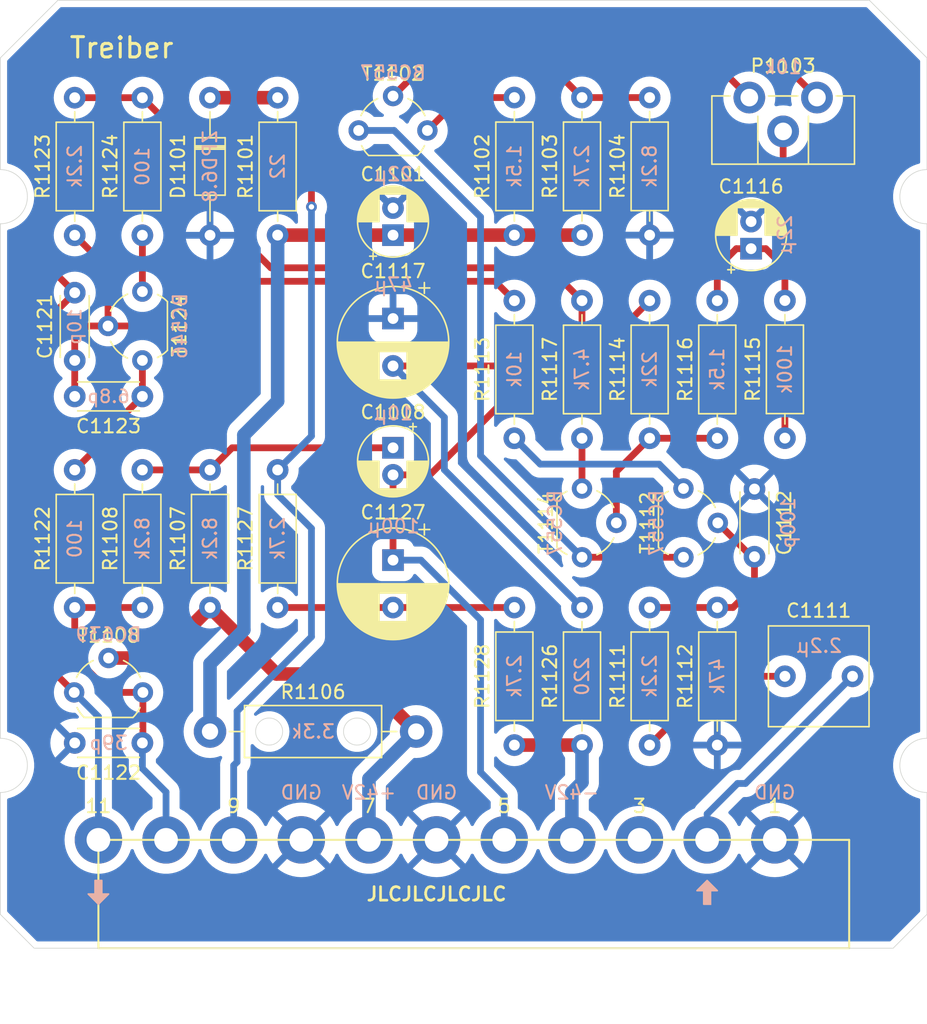
<source format=kicad_pcb>
(kicad_pcb (version 20221018) (generator pcbnew)
  (layers (0 "F.Cu" signal) (31 "B.Cu" signal) (34 "B.Paste" user) (35 "F.Paste" user) (36 "B.SilkS" user "B.Silkscreen") (37 "F.SilkS" user "F.Silkscreen") (38 "B.Mask" user) (39 "F.Mask" user) (44 "Edge.Cuts" user))
  (net 0 "")
  (net 1 "GND")
  (net 2 "Net-(C1101-Pad1)")
  (net 3 "Net-(C1108-Pad1)")
  (net 4 "R1114")
  (net 5 "Net-(T1112-B)")
  (net 6 "Net-(C1116-Pad1)")
  (net 7 "R1113")
  (net 8 "Net-(T1124-C)")
  (net 9 "Net-(C1127-Pad2)")
  (net 10 "Net-(D1101-K)")
  (net 11 "R1115")
  (net 12 "Net-(T1102-E)")
  (net 13 "Net-(T1102-B)")
  (net 14 "Net-(T1112-C)")
  (net 15 "Net-(T1114-B)")
  (net 16 "Net-(T1114-C)")
  (net 17 "Net-(T1124-E)")
  (net 18 "Net-(T1102-C)")
  (net 19 "Net-(C1117-Pad2)")
  (net 20 "OUT")
  (net 21 "R1108")
  (net 22 "IN")
  (net 24 "-42V")
  (net 25 "+42V")
  (net 26 "R1127")
  (net 27 "Net-(C1111-Pad2)")
  (footprint "NF-Filter-Modul:Connector_01x11_5mm" (layer "F.Cu") (at 83 87)
    (fp_text reference "J1" hide)
    (fp_text value "Conn_01x13")
    (fp_text user "1" (at 0 -2.5) (layer "F.SilkS"))
    (fp_text user "9" (at -40 -2.5) (layer "F.SilkS"))
    (fp_text user "5" (at -20 -2.5) (layer "F.SilkS"))
    (fp_text user "11" (at -50 -2.5) (layer "F.SilkS"))
    (fp_text user "3" (at -10 -2.5) (layer "F.SilkS"))
    (fp_text user "7" (at -30 -2.5) (layer "F.SilkS"))
    (pad "1" thru_hole circle (at 0 0 180) (size 3.5 3.5) (drill 1.75) (layers "B.Cu" "B.Mask") (net 1 "GND"))
    (pad "2" thru_hole circle (at -5 0 180) (size 3.5 3.5) (drill 1.75) (layers "B.Cu" "B.Mask") (net 22 "IN"))
    (pad "3" thru_hole circle (at -10 0 180) (size 3.5 3.5) (drill 1.75) (layers "B.Cu" "B.Mask"))
    (pad "4" thru_hole circle (at -15 0 180) (size 3.5 3.5) (drill 1.75) (layers "B.Cu" "B.Mask") (net 24 "-42V"))
    (pad "5" thru_hole circle (at -20 0 180) (size 3.5 3.5) (drill 1.75) (layers "B.Cu" "B.Mask") (net 4 "R1114"))
    (pad "6" thru_hole circle (at -25 0 180) (size 3.5 3.5) (drill 1.75) (layers "B.Cu" "B.Mask") (net 1 "GND"))
    (pad "7" thru_hole circle (at -30 0 180) (size 3.5 3.5) (drill 1.75) (layers "B.Cu" "B.Mask") (net 25 "+42V"))
    (pad "8" thru_hole circle (at -35 0 180) (size 3.5 3.5) (drill 1.75) (layers "B.Cu" "B.Mask") (net 1 "GND"))
    (pad "9" thru_hole circle (at -40 0 180) (size 3.5 3.5) (drill 1.75) (layers "B.Cu" "B.Mask") (net 26 "R1127"))
    (pad "10" thru_hole circle (at -45 0 180) (size 3.5 3.5) (drill 1.75) (layers "B.Cu" "B.Mask") (net 21 "R1108"))
    (pad "11" thru_hole circle (at -50 0 180) (size 3.5 3.5) (drill 1.75) (layers "B.Cu" "B.Mask") (net 20 "OUT"))
  )
  (footprint "Resistor_THT:R_Axial_DIN0207_L6.3mm_D2.5mm_P10.16mm_Horizontal" (layer "F.Cu") (at 68.75 57.34 90)
    (fp_text reference "R1117" (at 5.08 -2.37 90) (layer "F.SilkS"))
    (fp_text value "4.7k" (at 5.08 0 90) (layer "B.SilkS") (effects (justify mirror)))
    (pad "1" thru_hole circle (at 0 0 90) (size 1.6 1.6) (drill 0.8) (layers "*.Cu" "*.Mask") (net 16 "Net-(T1114-C)"))
    (pad "2" thru_hole oval (at 10.16 0 90) (size 1.6 1.6) (drill 0.8) (layers "*.Cu" "*.Mask") (net 19 "Net-(C1117-Pad2)"))
  )
  (footprint "Resistor_THT:R_Axial_DIN0207_L6.3mm_D2.5mm_P10.16mm_Horizontal" (layer "F.Cu") (at 78.75 57.34 90)
    (fp_text reference "R1116" (at 5.08 -2.37 90) (layer "F.SilkS"))
    (fp_text value "1.5k" (at 5.08 0 90) (layer "B.SilkS") (effects (justify mirror)))
    (pad "1" thru_hole circle (at 0 0 90) (size 1.6 1.6) (drill 0.8) (layers "*.Cu" "*.Mask") (net 15 "Net-(T1114-B)"))
    (pad "2" thru_hole oval (at 10.16 0 90) (size 1.6 1.6) (drill 0.8) (layers "*.Cu" "*.Mask") (net 6 "Net-(C1116-Pad1)"))
  )
  (footprint "Capacitor_THT:CP_Radial_D5.0mm_P2.00mm" (layer "F.Cu") (at 54.78 58.044888 -90)
    (fp_text reference "C1108" (at -2.634888 0) (layer "F.SilkS"))
    (fp_text value "10µ" (at -2.544888 0 -180) (layer "B.SilkS") (effects (justify mirror)))
    (pad "1" thru_hole rect (at 0 0 270) (size 1.6 1.6) (drill 0.8) (layers "*.Cu" "*.Mask") (net 3 "Net-(C1108-Pad1)"))
    (pad "2" thru_hole circle (at 2 0 270) (size 1.6 1.6) (drill 0.8) (layers "*.Cu" "*.Mask") (net 4 "R1114"))
  )
  (footprint "Capacitor_THT:CP_Radial_D8.0mm_P3.50mm" (layer "F.Cu") (at 54.78 66.34 -90)
    (fp_text reference "C1127" (at -3.527349 0) (layer "F.SilkS"))
    (fp_text value "100µ" (at -2.5 0 -180) (layer "B.SilkS") (effects (justify mirror)))
    (pad "1" thru_hole rect (at 0 0 270) (size 1.6 1.6) (drill 0.8) (layers "*.Cu" "*.Mask") (net 4 "R1114"))
    (pad "2" thru_hole circle (at 3.5 0 270) (size 1.6 1.6) (drill 0.8) (layers "*.Cu" "*.Mask") (net 9 "Net-(C1127-Pad2)"))
  )
  (footprint "Capacitor_THT:C_Disc_D4.3mm_W1.9mm_P5.00mm" (layer "F.Cu") (at 81.5 66.09 90)
    (fp_text reference "C1112" (at 2.5 2.2 90) (layer "F.SilkS"))
    (fp_text value "100p" (at 2.5 2.5 270) (layer "B.SilkS") (effects (justify mirror)))
    (pad "1" thru_hole circle (at 0 0 90) (size 1.6 1.6) (drill 0.8) (layers "*.Cu" "*.Mask") (net 5 "Net-(T1112-B)"))
    (pad "2" thru_hole circle (at 5 0 90) (size 1.6 1.6) (drill 0.8) (layers "*.Cu" "*.Mask") (net 1 "GND"))
  )
  (footprint "Capacitor_THT:CP_Radial_D5.0mm_P2.00mm" (layer "F.Cu") (at 54.78 42.34 90)
    (fp_text reference "C1101" (at 4.5 0 180) (layer "F.SilkS"))
    (fp_text value "22µ" (at 4.5 0) (layer "B.SilkS") (effects (justify mirror)))
    (pad "1" thru_hole rect (at 0 0 90) (size 1.6 1.6) (drill 0.8) (layers "*.Cu" "*.Mask") (net 2 "Net-(C1101-Pad1)"))
    (pad "2" thru_hole circle (at 2 0 90) (size 1.6 1.6) (drill 0.8) (layers "*.Cu" "*.Mask") (net 1 "GND"))
  )
  (footprint "Resistor_THT:R_Axial_DIN0207_L6.3mm_D2.5mm_P10.16mm_Horizontal" (layer "F.Cu") (at 41.25 69.84 90)
    (fp_text reference "R1107" (at 5.08 -2.37 90) (layer "F.SilkS"))
    (fp_text value "8.2k" (at 5.08 0 90) (layer "B.SilkS") (effects (justify mirror)))
    (pad "1" thru_hole circle (at 0 0 90) (size 1.6 1.6) (drill 0.8) (layers "*.Cu" "*.Mask") (net 25 "+42V"))
    (pad "2" thru_hole oval (at 10.16 0 90) (size 1.6 1.6) (drill 0.8) (layers "*.Cu" "*.Mask") (net 3 "Net-(C1108-Pad1)"))
  )
  (footprint "Resistor_THT:R_Axial_DIN0207_L6.3mm_D2.5mm_P10.16mm_Horizontal" (layer "F.Cu") (at 31.25 69.84 90)
    (fp_text reference "R1122" (at 5.08 -2.37 90) (layer "F.SilkS"))
    (fp_text value "100" (at 5.08 0 90) (layer "B.SilkS") (effects (justify mirror)))
    (pad "1" thru_hole circle (at 0 0 90) (size 1.6 1.6) (drill 0.8) (layers "*.Cu" "*.Mask") (net 21 "R1108"))
    (pad "2" thru_hole oval (at 10.16 0 90) (size 1.6 1.6) (drill 0.8) (layers "*.Cu" "*.Mask") (net 8 "Net-(T1124-C)"))
  )
  (footprint "Resistor_THT:R_Axial_DIN0207_L6.3mm_D2.5mm_P10.16mm_Horizontal" (layer "F.Cu") (at 31.25 42.35 90)
    (fp_text reference "R1123" (at 5.08 -2.37 90) (layer "F.SilkS"))
    (fp_text value "2.2k" (at 5.08 0 90) (layer "B.SilkS") (effects (justify mirror)))
    (pad "1" thru_hole circle (at 0 0 90) (size 1.6 1.6) (drill 0.8) (layers "*.Cu" "*.Mask") (net 7 "R1113"))
    (pad "2" thru_hole oval (at 10.16 0 90) (size 1.6 1.6) (drill 0.8) (layers "*.Cu" "*.Mask") (net 19 "Net-(C1117-Pad2)"))
  )
  (footprint "Capacitor_THT:CP_Radial_D5.0mm_P2.00mm" (layer "F.Cu") (at 81.25 43.34 90)
    (fp_text reference "C1116" (at 4.59 0 180) (layer "F.SilkS"))
    (fp_text value "22µ" (at 1 2.5 90) (layer "B.SilkS") (effects (justify mirror)))
    (pad "1" thru_hole rect (at 0 0 90) (size 1.6 1.6) (drill 0.8) (layers "*.Cu" "*.Mask") (net 6 "Net-(C1116-Pad1)"))
    (pad "2" thru_hole circle (at 2 0 90) (size 1.6 1.6) (drill 0.8) (layers "*.Cu" "*.Mask") (net 1 "GND"))
  )
  (footprint "Potentiometer_THT:Potentiometer_Piher_PT-10-H01_Horizontal" (layer "F.Cu") (at 86.12 32.18 -90)
    (fp_text reference "P1103" (at -2.34 2.5) (layer "F.SilkS"))
    (fp_text value "10k" (at -2.25 2.5) (layer "B.SilkS") (effects (justify mirror)))
    (pad "1" thru_hole circle (at 0 0 270) (size 2.34 2.34) (drill 1.3) (layers "*.Cu" "*.Mask") (net 20 "OUT"))
    (pad "2" thru_hole circle (at 2.5 2.5 270) (size 2.34 2.34) (drill 1.3) (layers "*.Cu" "*.Mask") (net 11 "R1115"))
    (pad "3" thru_hole circle (at 0 5 270) (size 2.34 2.34) (drill 1.3) (layers "*.Cu" "*.Mask") (net 26 "R1127"))
  )
  (footprint "Capacitor_THT:C_Disc_D4.3mm_W1.9mm_P5.00mm" (layer "F.Cu") (at 31.25 46.59 -90)
    (fp_text reference "C1121" (at 2.5 2.2 90) (layer "F.SilkS"))
    (fp_text value "10p" (at 2.5 0 90) (layer "B.SilkS") (effects (font (size 0.95 0.95) (thickness 0.1425)) (justify mirror)))
    (pad "1" thru_hole circle (at 0 0 270) (size 1.6 1.6) (drill 0.8) (layers "*.Cu" "*.Mask") (net 20 "OUT"))
    (pad "2" thru_hole circle (at 5 0 270) (size 1.6 1.6) (drill 0.8) (layers "*.Cu" "*.Mask") (net 7 "R1113"))
  )
  (footprint "Resistor_THT:R_Axial_DIN0207_L6.3mm_D2.5mm_P10.16mm_Horizontal" (layer "F.Cu") (at 68.75 42.34 90)
    (fp_text reference "R1103" (at 5.08 -2.37 90) (layer "F.SilkS"))
    (fp_text value "2.7k" (at 5.08 0 90) (layer "B.SilkS") (effects (justify mirror)))
    (pad "1" thru_hole circle (at 0 0 90) (size 1.6 1.6) (drill 0.8) (layers "*.Cu" "*.Mask") (net 2 "Net-(C1101-Pad1)"))
    (pad "2" thru_hole oval (at 10.16 0 90) (size 1.6 1.6) (drill 0.8) (layers "*.Cu" "*.Mask") (net 13 "Net-(T1102-B)"))
  )
  (footprint "Resistor_THT:R_Axial_DIN0207_L6.3mm_D2.5mm_P10.16mm_Horizontal" (layer "F.Cu") (at 46.25 42.35 90)
    (fp_text reference "R1101" (at 5.08 -2.37 90) (layer "F.SilkS"))
    (fp_text value "22" (at 5.08 0 90) (layer "B.SilkS") (effects (justify mirror)))
    (pad "1" thru_hole circle (at 0.01 0 90) (size 1.6 1.6) (drill 0.8) (layers "*.Cu" "*.Mask") (net 2 "Net-(C1101-Pad1)"))
    (pad "2" thru_hole oval (at 10.16 0 90) (size 1.6 1.6) (drill 0.8) (layers "*.Cu" "*.Mask") (net 10 "Net-(D1101-K)"))
  )
  (footprint "Resistor_THT:R_Axial_DIN0207_L6.3mm_D2.5mm_P10.16mm_Horizontal" (layer "F.Cu") (at 73.75 57.34 90)
    (fp_text reference "R1114" (at 5.08 -2.37 90) (layer "F.SilkS"))
    (fp_text value "22k" (at 5.08 0 90) (layer "B.SilkS") (effects (justify mirror)))
    (pad "1" thru_hole circle (at 0 0 90) (size 1.6 1.6) (drill 0.8) (layers "*.Cu" "*.Mask") (net 15 "Net-(T1114-B)"))
    (pad "2" thru_hole oval (at 10.16 0 90) (size 1.6 1.6) (drill 0.8) (layers "*.Cu" "*.Mask") (net 4 "R1114"))
  )
  (footprint "Resistor_THT:R_Axial_DIN0207_L6.3mm_D2.5mm_P10.16mm_Horizontal" (layer "F.Cu") (at 63.75 42.34 90)
    (fp_text reference "R1102" (at 5.08 -2.37 90) (layer "F.SilkS"))
    (fp_text value "1.5k" (at 5.08 0 90) (layer "B.SilkS") (effects (justify mirror)))
    (pad "1" thru_hole circle (at 0 0 90) (size 1.6 1.6) (drill 0.8) (layers "*.Cu" "*.Mask") (net 2 "Net-(C1101-Pad1)"))
    (pad "2" thru_hole oval (at 10.16 0 90) (size 1.6 1.6) (drill 0.8) (layers "*.Cu" "*.Mask") (net 12 "Net-(T1102-E)"))
  )
  (footprint "Resistor_THT:R_Axial_DIN0207_L6.3mm_D2.5mm_P10.16mm_Horizontal" (layer "F.Cu") (at 36.25 59.68 -90)
    (fp_text reference "R1108" (at 5.08 2.37 90) (layer "F.SilkS"))
    (fp_text value "8.2k" (at 5.08 0 90) (layer "B.SilkS") (effects (justify mirror)))
    (pad "1" thru_hole circle (at 0 0 270) (size 1.6 1.6) (drill 0.8) (layers "*.Cu" "*.Mask") (net 3 "Net-(C1108-Pad1)"))
    (pad "2" thru_hole oval (at 10.16 0 270) (size 1.6 1.6) (drill 0.8) (layers "*.Cu" "*.Mask") (net 21 "R1108"))
  )
  (footprint "Resistor_THT:R_Axial_DIN0207_L6.3mm_D2.5mm_P10.16mm_Horizontal" (layer "F.Cu") (at 36.25 42.35 90)
    (fp_text reference "R1124" (at 5.08 -2.37 90) (layer "F.SilkS"))
    (fp_text value "100" (at 5.08 0 90) (layer "B.SilkS") (effects (justify mirror)))
    (pad "1" thru_hole circle (at 0 0 90) (size 1.6 1.6) (drill 0.8) (layers "*.Cu" "*.Mask") (net 17 "Net-(T1124-E)"))
    (pad "2" thru_hole oval (at 10.16 0 90) (size 1.6 1.6) (drill 0.8) (layers "*.Cu" "*.Mask") (net 19 "Net-(C1117-Pad2)"))
  )
  (footprint "Resistor_THT:R_Axial_DIN0207_L6.3mm_D2.5mm_P10.16mm_Horizontal" (layer "F.Cu") (at 68.75 69.84 -90)
    (fp_text reference "R1126" (at 5.08 2.37 90) (layer "F.SilkS"))
    (fp_text value "220" (at 5.08 0 90) (layer "B.SilkS") (effects (justify mirror)))
    (pad "1" thru_hole circle (at 0 0 270) (size 1.6 1.6) (drill 0.8) (layers "*.Cu" "*.Mask") (net 19 "Net-(C1117-Pad2)"))
    (pad "2" thru_hole oval (at 10.16 0 270) (size 1.6 1.6) (drill 0.8) (layers "*.Cu" "*.Mask") (net 24 "-42V"))
  )
  (footprint "Package_TO_SOT_THT:TO-92_Wide" (layer "F.Cu") (at 36.25 51.59 90)
    (fp_text reference "T1124" (at 2.55 2.73 90) (layer "F.SilkS"))
    (fp_text value "BC546" (at 2.54 2.79 90) (layer "B.SilkS") (effects (justify mirror)))
    (pad "1" thru_hole circle (at 0 0 90) (size 1.5 1.5) (drill 0.8) (layers "*.Cu" "*.Mask") (net 8 "Net-(T1124-C)"))
    (pad "2" thru_hole circle (at 2.54 -2.54 90) (size 1.5 1.5) (drill 0.8) (layers "*.Cu" "*.Mask") (net 7 "R1113"))
    (pad "3" thru_hole circle (at 5.08 0 90) (size 1.5 1.5) (drill 0.8) (layers "*.Cu" "*.Mask") (net 17 "Net-(T1124-E)"))
  )
  (footprint "Resistor_THT:R_Axial_DIN0411_L9.9mm_D3.6mm_P15.24mm_Horizontal" (layer "F.Cu") (at 41.25 79)
    (fp_text reference "R1106" (at 7.62 -2.92) (layer "F.SilkS"))
    (fp_text value "3.3k" (at 7.62 0) (layer "B.SilkS") (effects (justify mirror)))
    (pad "1" thru_hole circle (at 0 0) (size 2.4 2.4) (drill 1.2) (layers "*.Cu" "*.Mask") (net 2 "Net-(C1101-Pad1)"))
    (pad "2" thru_hole oval (at 15.24 0) (size 2.4 2.4) (drill 1.2) (layers "*.Cu" "*.Mask") (net 25 "+42V"))
  )
  (footprint "Diode_THT:D_DO-35_SOD27_P10.16mm_Horizontal" (layer "F.Cu") (at 41.25 32.19 -90)
    (fp_text reference "D1101" (at 5.08 2.37 90) (layer "F.SilkS"))
    (fp_text value "ZPD6.8" (at 5.08 0 90) (layer "B.SilkS") (effects (justify mirror)))
    (pad "1" thru_hole circle (at 0 0 270) (size 1.6 1.6) (drill 0.8) (layers "*.Cu" "*.Mask") (net 10 "Net-(D1101-K)"))
    (pad "2" thru_hole oval (at 10.16 0 270) (size 1.6 1.6) (drill 0.8) (layers "*.Cu" "*.Mask") (net 1 "GND"))
  )
  (footprint "Package_TO_SOT_THT:TO-92_Wide" (layer "F.Cu") (at 31.21 76.11)
    (fp_text reference "T1108" (at 2.55 -4.19) (layer "F.SilkS"))
    (fp_text value "BC639" (at 2.54 -4.27) (layer "B.SilkS") (effects (justify mirror)))
    (pad "1" thru_hole circle (at 0 0) (size 1.5 1.5) (drill 0.8) (layers "*.Cu" "*.Mask") (net 20 "OUT"))
    (pad "2" thru_hole circle (at 2.54 -2.54) (size 1.5 1.5) (drill 0.8) (layers "*.Cu" "*.Mask") (net 25 "+42V"))
    (pad "3" thru_hole circle (at 5.08 0) (size 1.5 1.5) (drill 0.8) (layers "*.Cu" "*.Mask") (net 21 "R1108"))
  )
  (footprint "Resistor_THT:R_Axial_DIN0207_L6.3mm_D2.5mm_P10.16mm_Horizontal" (layer "F.Cu") (at 73.75 32.18 -90)
    (fp_text reference "R1104" (at 5.08 2.37 90) (layer "F.SilkS"))
    (fp_text value "8.2k" (at 5.08 0 90) (layer "B.SilkS") (effects (justify mirror)))
    (pad "1" thru_hole circle (at 0 0 270) (size 1.6 1.6) (drill 0.8) (layers "*.Cu" "*.Mask") (net 13 "Net-(T1102-B)"))
    (pad "2" thru_hole oval (at 10.16 0 270) (size 1.6 1.6) (drill 0.8) (layers "*.Cu" "*.Mask") (net 1 "GND"))
  )
  (footprint "Resistor_THT:R_Axial_DIN0207_L6.3mm_D2.5mm_P10.16mm_Horizontal" (layer "F.Cu") (at 73.75 80 90)
    (fp_text reference "R1111" (at 5.08 -2.37 90) (layer "F.SilkS"))
    (fp_text value "2.2k" (at 5.08 0 90) (layer "B.SilkS") (effects (justify mirror)))
    (pad "1" thru_hole circle (at 0 0 90) (size 1.6 1.6) (drill 0.8) (layers "*.Cu" "*.Mask") (net 27 "Net-(C1111-Pad2)"))
    (pad "2" thru_hole oval (at 10.16 0 90) (size 1.6 1.6) (drill 0.8) (layers "*.Cu" "*.Mask") (net 5 "Net-(T1112-B)"))
  )
  (footprint "Capacitor_THT:C_Rect_L7.2mm_W7.2mm_P5.00mm_FKS2_FKP2_MKS2_MKP2" (layer "F.Cu") (at 88.75 74.92 180)
    (fp_text reference "C1111" (at 2.5 4.85) (layer "F.SilkS"))
    (fp_text value "2.2µ" (at 2.5 2.25) (layer "B.SilkS") (effects (justify mirror)))
    (pad "1" thru_hole circle (at 0 0 180) (size 1.6 1.6) (drill 0.8) (layers "*.Cu" "*.Mask") (net 22 "IN"))
    (pad "2" thru_hole circle (at 5 0 180) (size 1.6 1.6) (drill 0.8) (layers "*.Cu" "*.Mask") (net 27 "Net-(C1111-Pad2)"))
  )
  (footprint "Capacitor_THT:C_Disc_D4.3mm_W1.9mm_P5.00mm" (layer "F.Cu") (at 36.25 79.84 180)
    (fp_text reference "C1122" (at 2.5 -2.2) (layer "F.SilkS"))
    (fp_text value "39p" (at 2.5 0) (layer "B.SilkS") (effects (justify mirror)))
    (pad "1" thru_hole circle (at 0 0 180) (size 1.6 1.6) (drill 0.8) (layers "*.Cu" "*.Mask") (net 21 "R1108"))
    (pad "2" thru_hole circle (at 5 0 180) (size 1.6 1.6) (drill 0.8) (layers "*.Cu" "*.Mask") (net 1 "GND"))
  )
  (footprint "Capacitor_THT:CP_Radial_D8.0mm_P3.50mm" (layer "F.Cu") (at 54.78 48.5 -90)
    (fp_text reference "C1117" (at -3.5 0 180) (layer "F.SilkS"))
    (fp_text value "47µ" (at -2.5 0 -180) (layer "B.SilkS") (effects (justify mirror)))
    (pad "1" thru_hole rect (at 0 0 270) (size 1.6 1.6) (drill 0.8) (layers "*.Cu" "*.Mask") (net 1 "GND"))
    (pad "2" thru_hole circle (at 3.5 0 270) (size 1.6 1.6) (drill 0.8) (layers "*.Cu" "*.Mask") (net 19 "Net-(C1117-Pad2)"))
  )
  (footprint "Resistor_THT:R_Axial_DIN0207_L6.3mm_D2.5mm_P10.16mm_Horizontal" (layer "F.Cu") (at 63.75 80 90)
    (fp_text reference "R1128" (at 5.08 -2.37 90) (layer "F.SilkS"))
    (fp_text value "2.7k" (at 5.08 0 90) (layer "B.SilkS") (effects (justify mirror)))
    (pad "1" thru_hole circle (at 0 0 90) (size 1.6 1.6) (drill 0.8) (layers "*.Cu" "*.Mask") (net 24 "-42V"))
    (pad "2" thru_hole oval (at 10.16 0 90) (size 1.6 1.6) (drill 0.8) (layers "*.Cu" "*.Mask") (net 9 "Net-(C1127-Pad2)"))
  )
  (footprint "Resistor_THT:R_Axial_DIN0207_L6.3mm_D2.5mm_P10.16mm_Horizontal" (layer "F.Cu") (at 63.75 57.34 90)
    (fp_text reference "R1113" (at 5.08 -2.37 90) (layer "F.SilkS"))
    (fp_text value "10k" (at 5.08 0 90) (layer "B.SilkS") (effects (justify mirror)))
    (pad "1" thru_hole circle (at 0 0 90) (size 1.6 1.6) (drill 0.8) (layers "*.Cu" "*.Mask") (net 14 "Net-(T1112-C)"))
    (pad "2" thru_hole oval (at 10.16 0 90) (size 1.6 1.6) (drill 0.8) (layers "*.Cu" "*.Mask") (net 7 "R1113"))
  )
  (footprint "Resistor_THT:R_Axial_DIN0207_L6.3mm_D2.5mm_P10.16mm_Horizontal" (layer "F.Cu") (at 83.75 47.17 -90)
    (fp_text reference "R1115" (at 5.08 2.37 90) (layer "F.SilkS"))
    (fp_text value "100k" (at 5.08 0 90) (layer "B.SilkS") (effects (justify mirror)))
    (pad "1" thru_hole circle (at 0 0 270) (size 1.6 1.6) (drill 0.8) (layers "*.Cu" "*.Mask") (net 6 "Net-(C1116-Pad1)"))
    (pad "2" thru_hole oval (at 10.16 0 270) (size 1.6 1.6) (drill 0.8) (layers "*.Cu" "*.Mask") (net 11 "R1115"))
  )
  (footprint "Resistor_THT:R_Axial_DIN0207_L6.3mm_D2.5mm_P10.16mm_Horizontal" (layer "F.Cu") (at 78.75 69.84 -90)
    (fp_text reference "R1112" (at 5.08 2.37 90) (layer "F.SilkS"))
    (fp_text value "47k" (at 5.08 0 90) (layer "B.SilkS") (effects (justify mirror)))
    (pad "1" thru_hole circle (at 0 0 270) (size 1.6 1.6) (drill 0.8) (layers "*.Cu" "*.Mask") (net 5 "Net-(T1112-B)"))
    (pad "2" thru_hole oval (at 10.16 0 270) (size 1.6 1.6) (drill 0.8) (layers "*.Cu" "*.Mask") (net 1 "GND"))
  )
  (footprint "Package_TO_SOT_THT:TO-92_Wide" (layer "F.Cu") (at 76.25 61.05 -90)
    (fp_text reference "T1112" (at 2.54 2.67 -270) (layer "F.SilkS"))
    (fp_text value "BC557" (at 2.54 2 -270) (layer "B.SilkS") (effects (justify mirror)))
    (pad "1" thru_hole circle (at 0 0 270) (size 1.5 1.5) (drill 0.8) (layers "*.Cu" "*.Mask") (net 14 "Net-(T1112-C)"))
    (pad "2" thru_hole circle (at 2.54 -2.54 270) (size 1.5 1.5) (drill 0.8) (layers "*.Cu" "*.Mask") (net 5 "Net-(T1112-B)"))
    (pad "3" thru_hole circle (at 5.08 0 270) (size 1.5 1.5) (drill 0.8) (layers "*.Cu" "*.Mask") (net 18 "Net-(T1102-C)"))
  )
  (footprint "Resistor_THT:R_Axial_DIN0207_L6.3mm_D2.5mm_P10.16mm_Horizontal" (layer "F.Cu") (at 46.25 59.68 -90)
    (fp_text reference "R1127" (at 5.08 2.37 90) (layer "F.SilkS"))
    (fp_text value "2.7k" (at 5.08 0 90) (layer "B.SilkS") (effects (justify mirror)))
    (pad "1" thru_hole circle (at 0 0 270) (size 1.6 1.6) (drill 0.8) (layers "*.Cu" "*.Mask") (net 26 "R1127"))
    (pad "2" thru_hole oval (at 10.16 0 270) (size 1.6 1.6) (drill 0.8) (layers "*.Cu" "*.Mask") (net 9 "Net-(C1127-Pad2)"))
  )
  (footprint "Package_TO_SOT_THT:TO-92_Wide" (layer "F.Cu") (at 52.24 34.61)
    (fp_text reference "T1102" (at 2.55 -4.19) (layer "F.SilkS"))
    (fp_text value "BC557" (at 2.54 -4.27) (layer "B.SilkS") (effects (justify mirror)))
    (pad "1" thru_hole circle (at 0 0) (size 1.5 1.5) (drill 0.8) (layers "*.Cu" "*.Mask") (net 18 "Net-(T1102-C)"))
    (pad "2" thru_hole circle (at 2.54 -2.54) (size 1.5 1.5) (drill 0.8) (layers "*.Cu" "*.Mask") (net 13 "Net-(T1102-B)"))
    (pad "3" thru_hole circle (at 5.08 0) (size 1.5 1.5) (drill 0.8) (layers "*.Cu" "*.Mask") (net 12 "Net-(T1102-E)"))
  )
  (footprint "Capacitor_THT:C_Disc_D4.3mm_W1.9mm_P5.00mm" (layer "F.Cu") (at 36.25 54.25 180)
    (fp_text reference "C1123" (at 2.5 -2.2) (layer "F.SilkS"))
    (fp_text value "6.8p" (at 2.5 0) (layer "B.SilkS") (effects (font (size 0.95 0.95) (thickness 0.1425)) (justify mirror)))
    (pad "1" thru_hole circle (at 0 0 180) (size 1.6 1.6) (drill 0.8) (layers "*.Cu" "*.Mask") (net 8 "Net-(T1124-C)"))
    (pad "2" thru_hole circle (at 5 0 180) (size 1.6 1.6) (drill 0.8) (layers "*.Cu" "*.Mask") (net 7 "R1113"))
  )
  (footprint "Package_TO_SOT_THT:TO-92_Wide" (layer "F.Cu") (at 68.75 61.05 -90)
    (fp_text reference "T1114" (at 2.55 2.67 -270) (layer "F.SilkS"))
    (fp_text value "BC557" (at 2.54 2 -270) (layer "B.SilkS") (effects (justify mirror)))
    (pad "1" thru_hole circle (at 0 0 270) (size 1.5 1.5) (drill 0.8) (layers "*.Cu" "*.Mask") (net 16 "Net-(T1114-C)"))
    (pad "2" thru_hole circle (at 2.54 -2.54 270) (size 1.5 1.5) (drill 0.8) (layers "*.Cu" "*.Mask") (net 15 "Net-(T1114-B)"))
    (pad "3" thru_hole circle (at 5.08 0 270) (size 1.5 1.5) (drill 0.8) (layers "*.Cu" "*.Mask") (net 18 "Net-(T1102-C)"))
  )
  (gr_poly (pts (xy 33.75 91) (xy 33 91.75) (xy 32.25 91)) (stroke (width 0.12)) (fill solid) (layer "B.SilkS"))
  (gr_poly (pts (xy 77.25 90.75) (xy 78 90) (xy 78.75 90.75)) (stroke (width 0.12)) (fill solid) (layer "B.SilkS"))
  (gr_poly (pts (xy 78.25 91.75) (xy 77.75 91.75) (xy 77.75 90.75) (xy 78.25 90.75)) (stroke (width 0.12)) (fill solid) (layer "B.SilkS"))
  (gr_poly (pts (xy 32.75 90) (xy 33.25 90) (xy 33.25 91) (xy 32.75 91)) (stroke (width 0.12)) (fill solid) (layer "B.SilkS"))
  (gr_line (start 25.75 79.5) (end 25.75 41.5) (stroke (width 0.05)) (layer "Edge.Cuts"))
  (gr_line (start 25.75 29.25) (end 30 25) (stroke (width 0.05)) (layer "Edge.Cuts"))
  (gr_line (start 90 25) (end 94.25 29.25) (stroke (width 0.05)) (layer "Edge.Cuts"))
  (gr_line (start 91.75 95) (end 94.25 92.5) (stroke (width 0.05)) (layer "Edge.Cuts"))
  (gr_line (start 25.75 92.5) (end 28.25 95) (stroke (width 0.05)) (layer "Edge.Cuts"))
  (gr_arc (start 25.75 79.5) (mid 27.75 81.5) (end 25.75 83.5) (stroke (width 0.05)) (layer "Edge.Cuts"))
  (gr_arc (start 25.75 37.5) (mid 27.75 39.5) (end 25.75 41.5) (stroke (width 0.05)) (layer "Edge.Cuts"))
  (gr_arc (start 94.25 41.5) (mid 92.25 39.5) (end 94.25 37.5) (stroke (width 0.05)) (layer "Edge.Cuts"))
  (gr_line (start 91.75 95) (end 28.25 95) (stroke (width 0.05)) (layer "Edge.Cuts"))
  (gr_line (start 94.25 29.25) (end 94.25 37.5) (stroke (width 0.05)) (layer "Edge.Cuts"))
  (gr_line (start 25.75 29.25) (end 25.75 37.5) (stroke (width 0.05)) (layer "Edge.Cuts"))
  (gr_line (start 25.75 92.5) (end 25.75 83.5) (stroke (width 0.05)) (layer "Edge.Cuts"))
  (gr_line (start 30 25) (end 90 25) (stroke (width 0.05)) (layer "Edge.Cuts"))
  (gr_arc (start 94.25 83.5) (mid 92.25 81.5) (end 94.25 79.5) (stroke (width 0.05)) (layer "Edge.Cuts"))
  (gr_circle (center 45.62 79) (end 46.62 79) (stroke (width 0.05)) (fill none) (layer "Edge.Cuts"))
  (gr_circle (center 52.12 79) (end 53.12 79) (stroke (width 0.05)) (fill none) (layer "Edge.Cuts"))
  (gr_line (start 94.25 41.5) (end 94.25 79.5) (stroke (width 0.05)) (layer "Edge.Cuts"))
  (gr_line (start 94.25 92.5) (end 94.25 83.5) (stroke (width 0.05)) (layer "Edge.Cuts"))
  (gr_text "GND" (at 58 83.5) (layer "B.SilkS") (effects (font (size 1 1)) (justify mirror)))
  (gr_text "GND" (at 48 83.5) (layer "B.SilkS") (effects (font (size 1 1)) (justify mirror)))
  (gr_text "GND" (at 83 83.5) (layer "B.SilkS") (effects (font (size 1 1)) (justify mirror)))
  (gr_text "+42V" (at 53 83.5) (layer "B.SilkS") (effects (font (size 1 1)) (justify mirror)))
  (gr_text "-42V" (at 68 83.5) (layer "B.SilkS") (effects (font (size 1 1)) (justify mirror)))
  (gr_text "Treiber" (at 30.75 28.5) (layer "F.SilkS") (effects (font (size 1.5 1.5) (thickness 0.225)) (justify left)))
  (gr_text "JLCJLCJLCJLC" (at 58 91) (layer "F.SilkS") (effects (font (size 1 1) (thickness 0.2))))
  (segment (start 68.75 42.34) (end 54.78 42.34) (width 1) (layer "F.Cu") (net 2))
  (segment (start 54.78 42.34) (end 46.25 42.34) (width 1) (layer "F.Cu") (net 2))
  (segment (start 43.75 57.1) (end 46.25 54.6) (width 1) (layer "B.Cu") (net 2))
  (segment (start 46.25 54.6) (end 46.25 42.34) (width 1) (layer "B.Cu") (net 2))
  (segment (start 41.25 79) (end 41.25 74) (width 1) (layer "B.Cu") (net 2))
  (segment (start 41.25 74) (end 43.75 71.5) (width 1) (layer "B.Cu") (net 2))
  (segment (start 43.75 71.5) (end 43.75 57.1) (width 1) (layer "B.Cu") (net 2))
  (segment (start 54.78 58.044888) (end 42.885112 58.044888) (width 0.5) (layer "F.Cu") (net 3))
  (segment (start 36.25 59.68) (end 41.25 59.68) (width 0.5) (layer "F.Cu") (net 3))
  (segment (start 42.885112 58.044888) (end 41.25 59.68) (width 0.5) (layer "F.Cu") (net 3))
  (segment (start 73.75 47.18) (end 66.18 54.75) (width 0.5) (layer "F.Cu") (net 4))
  (segment (start 54.78 60.044888) (end 57.5 60.044888) (width 0.5) (layer "F.Cu") (net 4))
  (segment (start 66.18 54.75) (end 62.794888 54.75) (width 0.5) (layer "F.Cu") (net 4))
  (segment (start 62.794888 54.75) (end 57.5 60.044888) (width 0.5) (layer "F.Cu") (net 4))
  (segment (start 54.78 60.044888) (end 54.78 66.34) (width 0.5) (layer "F.Cu") (net 4))
  (segment (start 63 87) (end 63 83.75) (width 0.5) (layer "B.Cu") (net 4))
  (segment (start 61.25 82) (end 61.25 70.75) (width 0.5) (layer "B.Cu") (net 4))
  (segment (start 63 83.75) (end 61.25 82) (width 0.5) (layer "B.Cu") (net 4))
  (segment (start 61.25 70.75) (end 56.84 66.34) (width 0.5) (layer "B.Cu") (net 4))
  (segment (start 56.84 66.34) (end 54.78 66.34) (width 0.5) (layer "B.Cu") (net 4))
  (segment (start 81.5 68.25) (end 81.5 66.09) (width 0.5) (layer "F.Cu") (net 5))
  (segment (start 81.5 66.09) (end 81.29 66.09) (width 0.5) (layer "F.Cu") (net 5))
  (segment (start 81.29 66.09) (end 78.79 63.59) (width 0.5) (layer "F.Cu") (net 5))
  (segment (start 73.75 69.84) (end 78.75 69.84) (width 0.5) (layer "F.Cu") (net 5))
  (segment (start 78.75 69.84) (end 79.91 69.84) (width 0.5) (layer "F.Cu") (net 5))
  (segment (start 79.91 69.84) (end 81.5 68.25) (width 0.5) (layer "F.Cu") (net 5))
  (segment (start 78.75 47.18) (end 78.75 44.75) (width 0.5) (layer "F.Cu") (net 6))
  (segment (start 83.74 47.18) (end 83.75 47.17) (width 0.5) (layer "F.Cu") (net 6))
  (segment (start 80.16 43.34) (end 81.25 43.34) (width 0.5) (layer "F.Cu") (net 6))
  (segment (start 78.75 44.75) (end 80.16 43.34) (width 0.5) (layer "F.Cu") (net 6))
  (segment (start 82.34 43.34) (end 83.75 44.75) (width 0.5) (layer "F.Cu") (net 6))
  (segment (start 83.75 47.17) (end 83.75 44.75) (width 0.5) (layer "F.Cu") (net 6))
  (segment (start 81.25 43.34) (end 82.34 43.34) (width 0.5) (layer "F.Cu") (net 6))
  (segment (start 33.71 49.05) (end 32.2 49.05) (width 0.5) (layer "F.Cu") (net 7))
  (segment (start 33.71 44.81) (end 31.25 42.35) (width 0.5) (layer "F.Cu") (net 7))
  (segment (start 42.1 45.75) (end 38.8 49.05) (width 0.5) (layer "F.Cu") (net 7))
  (segment (start 31.25 51.59) (end 31.25 54.25) (width 0.5) (layer "F.Cu") (net 7))
  (segment (start 63.75 47.18) (end 62.32 45.75) (width 0.5) (layer "F.Cu") (net 7))
  (segment (start 33.71 49.05) (end 33.71 44.81) (width 0.5) (layer "F.Cu") (net 7))
  (segment (start 32.2 49.05) (end 31.25 50) (width 0.5) (layer "F.Cu") (net 7))
  (segment (start 38.8 49.05) (end 33.71 49.05) (width 0.5) (layer "F.Cu") (net 7))
  (segment (start 62.32 45.75) (end 42.1 45.75) (width 0.5) (layer "F.Cu") (net 7))
  (segment (start 31.25 50) (end 31.25 51.59) (width 0.5) (layer "F.Cu") (net 7))
  (segment (start 31.25 42.68) (end 31.25 42.5) (width 0.5) (layer "B.Cu") (net 7))
  (segment (start 34.75 55.75) (end 36.25 54.25) (width 0.5) (layer "F.Cu") (net 8))
  (segment (start 31.25 59.68) (end 34.75 56.18) (width 0.5) (layer "F.Cu") (net 8))
  (segment (start 36.25 51.59) (end 36.25 54.25) (width 0.5) (layer "F.Cu") (net 8))
  (segment (start 34.75 56.18) (end 34.75 55.75) (width 0.5) (layer "F.Cu") (net 8))
  (segment (start 54.75 69.84) (end 63.75 69.84) (width 0.5) (layer "F.Cu") (net 9))
  (segment (start 54.75 69.84) (end 46.25 69.84) (width 0.5) (layer "F.Cu") (net 9))
  (segment (start 41.25 32.19) (end 46.25 32.19) (width 1) (layer "F.Cu") (net 10))
  (segment (start 86.25 50.75) (end 86.25 41.13) (width 0.5) (layer "F.Cu") (net 11))
  (segment (start 83.62 38.5) (end 83.62 34.68) (width 0.5) (layer "F.Cu") (net 11))
  (segment (start 83.75 57.33) (end 83.75 53.25) (width 0.5) (layer "F.Cu") (net 11))
  (segment (start 83.75 53.25) (end 86.25 50.75) (width 0.5) (layer "F.Cu") (net 11))
  (segment (start 86.25 41.13) (end 83.62 38.5) (width 0.5) (layer "F.Cu") (net 11))
  (segment (start 63.75 32.18) (end 59.75 32.18) (width 0.5) (layer "F.Cu") (net 12))
  (segment (start 59.75 32.18) (end 57.32 34.61) (width 0.5) (layer "F.Cu") (net 12))
  (segment (start 66.82 30.25) (end 56.6 30.25) (width 0.5) (layer "F.Cu") (net 13))
  (segment (start 73.75 32.18) (end 68.75 32.18) (width 0.5) (layer "F.Cu") (net 13))
  (segment (start 68.75 32.18) (end 66.82 30.25) (width 0.5) (layer "F.Cu") (net 13))
  (segment (start 56.6 30.25) (end 54.78 32.07) (width 0.5) (layer "F.Cu") (net 13))
  (segment (start 76.25 61.05) (end 74.45 59.25) (width 0.5) (layer "B.Cu") (net 14))
  (segment (start 65.66 59.25) (end 63.75 57.34) (width 0.5) (layer "B.Cu") (net 14))
  (segment (start 74.45 59.25) (end 65.66 59.25) (width 0.5) (layer "B.Cu") (net 14))
  (segment (start 73.75 57.34) (end 78.75 57.34) (width 0.5) (layer "F.Cu") (net 15))
  (segment (start 71.29 63.59) (end 71.29 59.8) (width 0.5) (layer "F.Cu") (net 15))
  (segment (start 71.29 59.8) (end 73.75 57.34) (width 0.5) (layer "F.Cu") (net 15))
  (segment (start 68.75 61.05) (end 68.75 57.34) (width 0.5) (layer "F.Cu") (net 16))
  (segment (start 36.25 42.35) (end 36.25 46.51) (width 0.5) (layer "F.Cu") (net 17))
  (segment (start 68.75 66.13) (end 76.25 66.13) (width 0.5) (layer "F.Cu") (net 18))
  (segment (start 68.75 66.13) (end 61.25 58.63) (width 0.5) (layer "B.Cu") (net 18))
  (segment (start 61.25 41) (end 54.86 34.61) (width 0.5) (layer "B.Cu") (net 18))
  (segment (start 54.86 34.61) (end 52.24 34.61) (width 0.5) (layer "B.Cu") (net 18))
  (segment (start 61.25 58.63) (end 61.25 41) (width 0.5) (layer "B.Cu") (net 18))
  (segment (start 45.75 44.75) (end 66.32 44.75) (width 0.5) (layer "F.Cu") (net 19))
  (segment (start 43.75 42.75) (end 45.75 44.75) (width 0.5) (layer "F.Cu") (net 19))
  (segment (start 68.75 49) (end 68.75 47.18) (width 0.5) (layer "F.Cu") (net 19))
  (segment (start 43.75 39.69) (end 43.75 42.75) (width 0.5) (layer "F.Cu") (net 19))
  (segment (start 31.25 32.19) (end 36.25 32.19) (width 0.5) (layer "F.Cu") (net 19))
  (segment (start 54.78 52) (end 65.75 52) (width 0.5) (layer "F.Cu") (net 19))
  (segment (start 36.25 32.19) (end 43.75 39.69) (width 0.5) (layer "F.Cu") (net 19))
  (segment (start 65.75 52) (end 68.75 49) (width 0.5) (layer "F.Cu") (net 19))
  (segment (start 66.32 44.75) (end 68.75 47.18) (width 0.5) (layer "F.Cu") (net 19))
  (segment (start 58.576326 59.666326) (end 68.75 69.84) (width 0.5) (layer "B.Cu") (net 19))
  (segment (start 54.78 52) (end 58.576326 55.796326) (width 0.5) (layer "B.Cu") (net 19))
  (segment (start 58.576326 55.796326) (end 58.576326 59.666326) (width 0.5) (layer "B.Cu") (net 19))
  (segment (start 28.75 31.5) (end 32 28.25) (width 0.5) (layer "F.Cu") (net 20))
  (segment (start 28.75 49.09) (end 28.75 73.65) (width 0.5) (layer "F.Cu") (net 20))
  (segment (start 82.19 28.25) (end 86.12 32.18) (width 0.5) (layer "F.Cu") (net 20))
  (segment (start 32 28.25) (end 82.19 28.25) (width 0.5) (layer "F.Cu") (net 20))
  (segment (start 28.75 44.09) (end 28.75 31.5) (width 0.5) (layer "F.Cu") (net 20))
  (segment (start 28.75 73.65) (end 31.21 76.11) (width 0.5) (layer "F.Cu") (net 20))
  (segment (start 31.25 46.59) (end 28.75 49.09) (width 0.5) (layer "F.Cu") (net 20))
  (segment (start 31.25 46.59) (end 28.75 44.09) (width 0.5) (layer "F.Cu") (net 20))
  (segment (start 33 87) (end 33 77.9) (width 0.5) (layer "B.Cu") (net 20))
  (segment (start 33 77.9) (end 31.21 76.11) (width 0.5) (layer "B.Cu") (net 20))
  (segment (start 31.25 69.84) (end 31.25 73.5) (width 0.5) (layer "F.Cu") (net 21))
  (segment (start 36.29 76.11) (end 36.29 79.8) (width 0.5) (layer "F.Cu") (net 21))
  (segment (start 33.86 76.11) (end 36.29 76.11) (width 0.5) (layer "F.Cu") (net 21))
  (segment (start 31.25 73.5) (end 33.86 76.11) (width 0.5) (layer "F.Cu") (net 21))
  (segment (start 36.29 79.8) (end 36.25 79.84) (width 0.5) (layer "F.Cu") (net 21))
  (segment (start 31.25 69.84) (end 36.25 69.84) (width 0.5) (layer "F.Cu") (net 21))
  (segment (start 38 83.47) (end 36.25 81.72) (width 0.5) (layer "B.Cu") (net 21))
  (segment (start 38 87) (end 38 83.47) (width 0.5) (layer "B.Cu") (net 21))
  (segment (start 36.25 81.72) (end 36.25 79.84) (width 0.5) (layer "B.Cu") (net 21))
  (segment (start 80.835 82.835) (end 80.25 82.835) (width 0.5) (layer "B.Cu") (net 22))
  (segment (start 78 85.085) (end 78 87) (width 0.5) (layer "B.Cu") (net 22))
  (segment (start 88.75 74.92) (end 80.835 82.835) (width 0.5) (layer "B.Cu") (net 22))
  (segment (start 80.25 82.835) (end 78 85.085) (width 0.5) (layer "B.Cu") (net 22))
  (segment (start 63.75 80) (end 68.75 80) (width 1) (layer "F.Cu") (net 24))
  (segment (start 68 83.5) (end 68 87) (width 1) (layer "B.Cu") (net 24))
  (segment (start 68.75 82.75) (end 68 83.5) (width 1) (layer "B.Cu") (net 24))
  (segment (start 68.75 80) (end 68.75 82.75) (width 1) (layer "B.Cu") (net 24))
  (segment (start 37.52 73.57) (end 41.25 69.84) (width 1) (layer "F.Cu") (net 25))
  (segment (start 33.75 73.57) (end 37.52 73.57) (width 1) (layer "F.Cu") (net 25))
  (segment (start 56.49 79) (end 52.24 74.75) (width 1) (layer "F.Cu") (net 25))
  (segment (start 46.16 74.75) (end 41.25 69.84) (width 1) (layer "F.Cu") (net 25))
  (segment (start 52.24 74.75) (end 46.16 74.75) (width 1) (layer "F.Cu") (net 25))
  (segment (start 53 87) (end 53 82.49) (width 1) (layer "B.Cu") (net 25))
  (segment (start 53 82.49) (end 56.49 79) (width 1) (layer "B.Cu") (net 25))
  (segment (start 78.19 29.25) (end 52 29.25) (width 0.5) (layer "F.Cu") (net 26))
  (segment (start 52 29.25) (end 48.75 32.5) (width 0.5) (layer "F.Cu") (net 26))
  (segment (start 48.75 32.5) (end 48.75 40.25) (width 0.5) (layer "F.Cu") (net 26))
  (segment (start 81.12 32.18) (end 78.19 29.25) (width 0.5) (layer "F.Cu") (net 26))
  (via (at 48.75 40.25) (size 0.8) (drill 0.4) (layers "F.Cu" "B.Cu") (net 26))
  (segment (start 43 87) (end 43 81.5) (width 0.5) (layer "B.Cu") (net 26))
  (segment (start 43.25 81.25) (end 43.25 77.5) (width 0.5) (layer "B.Cu") (net 26))
  (segment (start 48.75 72) (end 48.75 64) (width 0.5) (layer "B.Cu") (net 26))
  (segment (start 43.875 76.875) (end 48.75 72) (width 0.5) (layer "B.Cu") (net 26))
  (segment (start 46.25 61.5) (end 46.25 59.68) (width 0.5) (layer "B.Cu") (net 26))
  (segment (start 48.75 57.18) (end 48.75 40.25) (width 0.5) (layer "B.Cu") (net 26))
  (segment (start 48.75 64) (end 46.25 61.5) (width 0.5) (layer "B.Cu") (net 26))
  (segment (start 43.25 77.5) (end 43.875 76.875) (width 0.5) (layer "B.Cu") (net 26))
  (segment (start 43 81.5) (end 43.25 81.25) (width 0.5) (layer "B.Cu") (net 26))
  (segment (start 48.75 57.18) (end 46.25 59.68) (width 0.5) (layer "B.Cu") (net 26))
  (segment (start 78.83 74.92) (end 83.75 74.92) (width 0.5) (layer "F.Cu") (net 27))
  (segment (start 73.75 80) (end 78.83 74.92) (width 0.5) (layer "F.Cu") (net 27))
  (zone (net 1) (net_name "GND") (layer "B.Cu") (connect_pads (clearance 0.75)) (min_thickness 0.25) (fill yes (thermal_gap 1) (thermal_bridge_width 0.5) (island_removal_mode 2) (island_area_min 10))
    (polygon (pts (xy 25.75 25) (xy 94.25 25) (xy 94.25 95) (xy 25.75 95)))
  )
)
</source>
